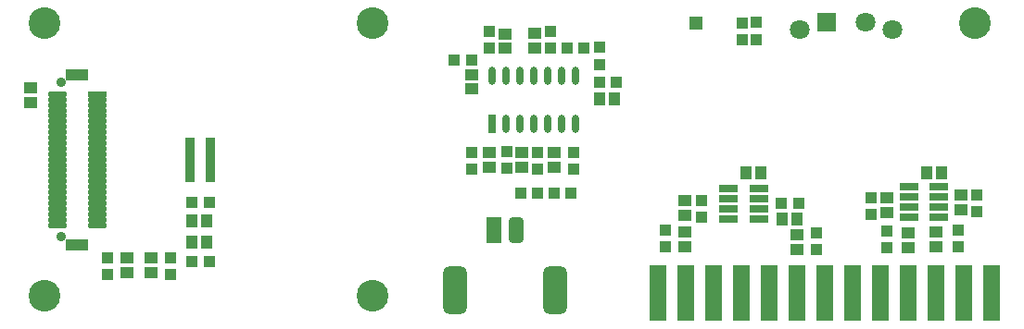
<source format=gts>
G04*
G04 #@! TF.GenerationSoftware,Altium Limited,Altium Designer,19.0.10 (269)*
G04*
G04 Layer_Color=8388736*
%FSLAX25Y25*%
%MOIN*%
G70*
G01*
G75*
%ADD34R,0.04537X0.04143*%
%ADD35R,0.06509X0.02572*%
%ADD36R,0.03800X0.02200*%
%ADD37R,0.04147X0.04147*%
%ADD38R,0.04143X0.04537*%
%ADD39R,0.04147X0.04147*%
%ADD40R,0.06312X0.20485*%
%ADD41O,0.02572X0.06509*%
%ADD42R,0.02572X0.06509*%
G04:AMPARAMS|DCode=43|XSize=55.24mil|YSize=94.61mil|CornerRadius=15.81mil|HoleSize=0mil|Usage=FLASHONLY|Rotation=0.000|XOffset=0mil|YOffset=0mil|HoleType=Round|Shape=RoundedRectangle|*
%AMROUNDEDRECTD43*
21,1,0.05524,0.06299,0,0,0.0*
21,1,0.02362,0.09461,0,0,0.0*
1,1,0.03162,0.01181,-0.03150*
1,1,0.03162,-0.01181,-0.03150*
1,1,0.03162,-0.01181,0.03150*
1,1,0.03162,0.01181,0.03150*
%
%ADD43ROUNDEDRECTD43*%
%ADD44R,0.05524X0.09461*%
G04:AMPARAMS|DCode=45|XSize=86.74mil|YSize=173.35mil|CornerRadius=23.68mil|HoleSize=0mil|Usage=FLASHONLY|Rotation=0.000|XOffset=0mil|YOffset=0mil|HoleType=Round|Shape=RoundedRectangle|*
%AMROUNDEDRECTD45*
21,1,0.08674,0.12598,0,0,0.0*
21,1,0.03937,0.17335,0,0,0.0*
1,1,0.04737,0.01968,-0.06299*
1,1,0.04737,-0.01968,-0.06299*
1,1,0.04737,-0.01968,0.06299*
1,1,0.04737,0.01968,0.06299*
%
%ADD45ROUNDEDRECTD45*%
%ADD46R,0.03950X0.03950*%
%ADD47R,0.04737X0.04737*%
%ADD48R,0.07887X0.03950*%
%ADD49R,0.07099X0.01981*%
%ADD50O,0.07099X0.01981*%
%ADD51C,0.07099*%
%ADD52R,0.07099X0.07099*%
%ADD53C,0.11430*%
%ADD54C,0.03556*%
D34*
X320394Y27224D02*
D03*
Y32539D02*
D03*
X48228Y23622D02*
D03*
Y18307D02*
D03*
X39504Y23622D02*
D03*
Y18307D02*
D03*
X4921Y79724D02*
D03*
Y85039D02*
D03*
X330709Y27559D02*
D03*
Y32874D02*
D03*
X339409Y46394D02*
D03*
Y41079D02*
D03*
X312992Y45276D02*
D03*
Y39961D02*
D03*
X280512Y26575D02*
D03*
Y31890D02*
D03*
X240158Y27559D02*
D03*
Y32874D02*
D03*
X240158Y44291D02*
D03*
Y38976D02*
D03*
X193280Y61551D02*
D03*
Y56236D02*
D03*
X181468Y61630D02*
D03*
Y56315D02*
D03*
X163386Y89764D02*
D03*
Y84449D02*
D03*
X169783Y61657D02*
D03*
Y56342D02*
D03*
X186073Y99360D02*
D03*
Y104675D02*
D03*
X175689Y99133D02*
D03*
Y104448D02*
D03*
D35*
X256004Y48720D02*
D03*
Y44980D02*
D03*
Y41240D02*
D03*
Y37500D02*
D03*
X266831Y48720D02*
D03*
Y44980D02*
D03*
Y41240D02*
D03*
Y37500D02*
D03*
X320866Y49375D02*
D03*
Y45635D02*
D03*
Y41895D02*
D03*
Y38154D02*
D03*
X331693Y49375D02*
D03*
Y45635D02*
D03*
Y41895D02*
D03*
Y38154D02*
D03*
D36*
X69595Y52055D02*
D03*
Y54055D02*
D03*
Y56055D02*
D03*
Y58055D02*
D03*
Y60055D02*
D03*
Y62055D02*
D03*
Y64055D02*
D03*
Y66055D02*
D03*
X62295D02*
D03*
Y64055D02*
D03*
Y62055D02*
D03*
Y60055D02*
D03*
Y58055D02*
D03*
Y56055D02*
D03*
Y54055D02*
D03*
Y52055D02*
D03*
D37*
X69095Y43765D02*
D03*
X62992D02*
D03*
X69095Y22303D02*
D03*
X62992D02*
D03*
X281083Y43406D02*
D03*
X274980D02*
D03*
X199185Y46787D02*
D03*
X193083D02*
D03*
X181272D02*
D03*
X187374D02*
D03*
X157283Y94981D02*
D03*
X163386D02*
D03*
X215589Y86891D02*
D03*
X209487D02*
D03*
X197785Y99360D02*
D03*
X203888D02*
D03*
D38*
X62992Y36875D02*
D03*
X68307D02*
D03*
X62992Y29193D02*
D03*
X68307D02*
D03*
X332382Y54391D02*
D03*
X327067D02*
D03*
X267421Y54181D02*
D03*
X262106D02*
D03*
X275079Y37500D02*
D03*
X280394D02*
D03*
X209487Y80986D02*
D03*
X214802D02*
D03*
D39*
X55118Y17520D02*
D03*
Y23622D02*
D03*
X32614Y17520D02*
D03*
Y23622D02*
D03*
X338583Y27559D02*
D03*
Y33661D02*
D03*
X312992Y27224D02*
D03*
Y33327D02*
D03*
X345315Y40291D02*
D03*
Y46394D02*
D03*
X307087Y39173D02*
D03*
Y45276D02*
D03*
X287402Y26575D02*
D03*
Y32677D02*
D03*
X246063Y38189D02*
D03*
Y44291D02*
D03*
X200102Y55449D02*
D03*
Y61551D02*
D03*
X187374Y55528D02*
D03*
Y61630D02*
D03*
X176181Y62008D02*
D03*
Y55905D02*
D03*
X163386Y55449D02*
D03*
Y61551D02*
D03*
X209610Y93405D02*
D03*
Y99508D02*
D03*
X191978Y105364D02*
D03*
Y99262D02*
D03*
X265738Y102442D02*
D03*
Y108544D02*
D03*
X169783Y105235D02*
D03*
Y99133D02*
D03*
X233268Y33563D02*
D03*
Y27461D02*
D03*
D40*
X350394Y11024D02*
D03*
X340394D02*
D03*
X330394D02*
D03*
X320394D02*
D03*
X310394D02*
D03*
X300394D02*
D03*
X290394D02*
D03*
X280394D02*
D03*
X270394D02*
D03*
X260394D02*
D03*
X250394D02*
D03*
X240394D02*
D03*
X230394D02*
D03*
D41*
X200720Y89370D02*
D03*
X195720D02*
D03*
X190720D02*
D03*
X185720D02*
D03*
X180720D02*
D03*
X175720D02*
D03*
X170720D02*
D03*
X200720Y72048D02*
D03*
X195720D02*
D03*
X190720D02*
D03*
X185720D02*
D03*
X180720D02*
D03*
X175720D02*
D03*
D42*
X170720D02*
D03*
D43*
X179528Y33779D02*
D03*
D44*
X171653D02*
D03*
D45*
X157480Y11811D02*
D03*
X193701D02*
D03*
D46*
X260778Y108268D02*
D03*
Y102362D02*
D03*
D47*
X244094Y108268D02*
D03*
D48*
X21654Y28346D02*
D03*
Y89764D02*
D03*
D49*
X28740Y82677D02*
D03*
D50*
Y80709D02*
D03*
Y78740D02*
D03*
Y76772D02*
D03*
Y74803D02*
D03*
Y72835D02*
D03*
Y70866D02*
D03*
Y68898D02*
D03*
Y66929D02*
D03*
Y64961D02*
D03*
Y62992D02*
D03*
Y61024D02*
D03*
Y59055D02*
D03*
Y57087D02*
D03*
Y55118D02*
D03*
Y53150D02*
D03*
Y51181D02*
D03*
Y49213D02*
D03*
Y47244D02*
D03*
Y45276D02*
D03*
Y43307D02*
D03*
Y41339D02*
D03*
Y39370D02*
D03*
Y37402D02*
D03*
Y35433D02*
D03*
X14567D02*
D03*
Y37402D02*
D03*
Y39370D02*
D03*
Y41339D02*
D03*
Y43307D02*
D03*
Y45276D02*
D03*
Y47244D02*
D03*
Y49213D02*
D03*
Y51181D02*
D03*
Y53150D02*
D03*
Y55118D02*
D03*
Y57087D02*
D03*
Y59055D02*
D03*
Y61024D02*
D03*
Y62992D02*
D03*
Y64961D02*
D03*
Y66929D02*
D03*
Y68898D02*
D03*
Y70866D02*
D03*
Y72835D02*
D03*
Y74803D02*
D03*
Y76772D02*
D03*
Y78740D02*
D03*
Y80709D02*
D03*
Y82677D02*
D03*
D51*
X314961Y106064D02*
D03*
X281496D02*
D03*
X305118Y108544D02*
D03*
D52*
X291339D02*
D03*
D53*
X9843Y9843D02*
D03*
X127953D02*
D03*
Y108268D02*
D03*
X9843D02*
D03*
X344488Y108268D02*
D03*
D54*
X15748Y31299D02*
D03*
Y86811D02*
D03*
M02*

</source>
